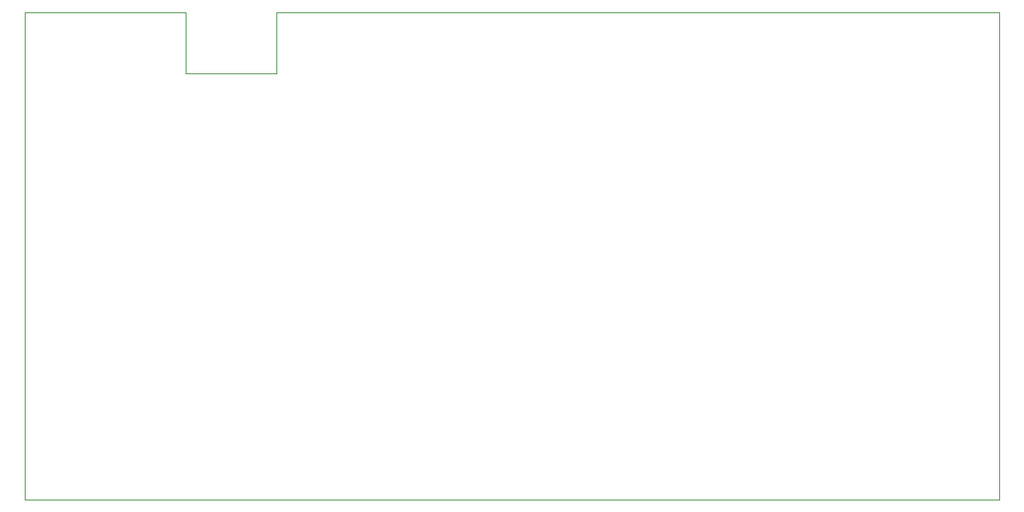
<source format=gbr>
%TF.GenerationSoftware,KiCad,Pcbnew,9.0.1-9.0.1-0~ubuntu24.04.1*%
%TF.CreationDate,2025-05-01T11:00:15-04:00*%
%TF.ProjectId,drone_sim_controler,64726f6e-655f-4736-996d-5f636f6e7472,rev?*%
%TF.SameCoordinates,Original*%
%TF.FileFunction,Profile,NP*%
%FSLAX46Y46*%
G04 Gerber Fmt 4.6, Leading zero omitted, Abs format (unit mm)*
G04 Created by KiCad (PCBNEW 9.0.1-9.0.1-0~ubuntu24.04.1) date 2025-05-01 11:00:15*
%MOMM*%
%LPD*%
G01*
G04 APERTURE LIST*
%TA.AperFunction,Profile*%
%ADD10C,0.050000*%
%TD*%
G04 APERTURE END LIST*
D10*
X74500000Y-118402201D02*
X146700000Y-118400000D01*
X46700000Y-118400000D02*
X61262573Y-118402201D01*
X46700000Y-168400000D02*
X146700000Y-168400000D01*
X146700000Y-118400000D02*
X146700000Y-168400000D01*
X46700000Y-168400000D02*
X46700000Y-118400000D01*
%TO.C,J1*%
X72500000Y-124600000D02*
X72500000Y-118400000D01*
X72500000Y-124600000D02*
X63260000Y-124600000D01*
X72500000Y-118400000D02*
X74500000Y-118400000D01*
X63262573Y-118402201D02*
X61262573Y-118402201D01*
X63260000Y-124600000D02*
X63262573Y-118402201D01*
%TD*%
M02*

</source>
